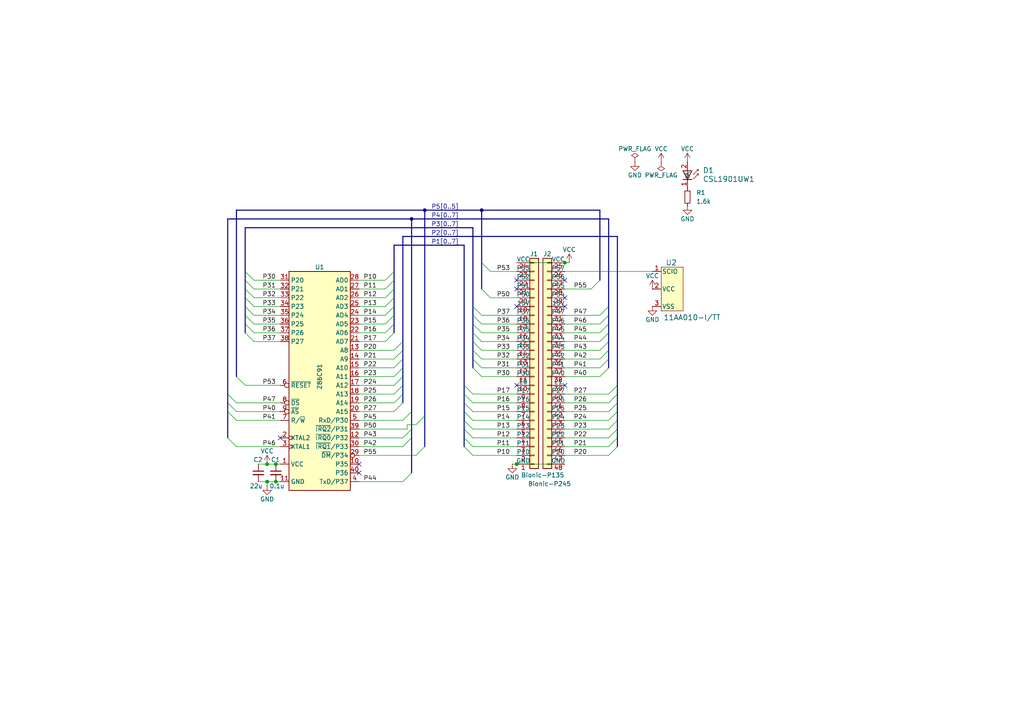
<source format=kicad_sch>
(kicad_sch (version 20231120) (generator "eeschema") (generator_version "8.0")
  (paper "A4")
  (title_block (title "BionicZ8691") (date "2024-12-04") (rev "6") (company "Tadashi G. Takaoka"))
  (lib_symbols
    (symbol "0-LocalLibrary:11AA010-I_TT" (pin_names (offset 0.254))
      (property "Reference" "U" (at 2.54 1.27 0))
      (property "Value" "11AA010-I/TT" (at 3.81 -13.97 0))
      (symbol "11AA010-I_TT_1_1"
        (rectangle (start 0 0) (end 6.35 -12.7) (fill (type background)))
        (pin bidirectional line (at -2.54 -1.27 0) (length 2.54) (name "SCIO") (number "1"))
        (pin power_in line (at -2.54 -6.35 0) (length 2.54) (name "VCC") (number "2"))
        (pin power_in line (at -2.54 -11.43 0) (length 2.54) (name "VSS") (number "3"))
      )
    )
    (symbol "0-LocalLibrary:Bionic-P135" (pin_names (offset 0))
      (property "Reference" "J" (at 0 30.48 0))
      (property "Value" "Bionic-P135" (at -1.27 -33.02 0))
      (symbol "Bionic-P135_1_1"
        (rectangle (start 0 -30.353) (end -1.27 -30.607) (stroke (width 0.1524)))
        (rectangle (start 0 -27.813) (end -1.27 -28.067) (stroke (width 0.1524)))
        (rectangle (start 0 -25.273) (end -1.27 -25.527) (stroke (width 0.1524)))
        (rectangle (start 0 -22.733) (end -1.27 -22.987) (stroke (width 0.1524)))
        (rectangle (start 0 -20.193) (end -1.27 -20.447) (stroke (width 0.1524)))
        (rectangle (start 0 -17.653) (end -1.27 -17.907) (stroke (width 0.1524)))
        (rectangle (start 0 -15.113) (end -1.27 -15.367) (stroke (width 0.1524)))
        (rectangle (start 0 -12.573) (end -1.27 -12.827) (stroke (width 0.1524)))
        (rectangle (start 0 -10.033) (end -1.27 -10.287) (stroke (width 0.1524)))
        (rectangle (start 0 -7.493) (end -1.27 -7.747) (stroke (width 0.1524)))
        (rectangle (start 0 -4.953) (end -1.27 -5.207) (stroke (width 0.1524)))
        (rectangle (start 0 -2.413) (end -1.27 -2.667) (stroke (width 0.1524)))
        (rectangle (start 0 0.127) (end -1.27 -0.127) (stroke (width 0.1524)))
        (rectangle (start 0 2.667) (end -1.27 2.413) (stroke (width 0.1524)))
        (rectangle (start 0 5.207) (end -1.27 4.953) (stroke (width 0.1524)))
        (rectangle (start 0 7.747) (end -1.27 7.493) (stroke (width 0.1524)))
        (rectangle (start 0 10.287) (end -1.27 10.033) (stroke (width 0.1524)))
        (rectangle (start 0 12.827) (end -1.27 12.573) (stroke (width 0.1524)))
        (rectangle (start 0 15.367) (end -1.27 15.113) (stroke (width 0.1524)))
        (rectangle (start 0 17.907) (end -1.27 17.653) (stroke (width 0.1524)))
        (rectangle (start 0 20.447) (end -1.27 20.193) (stroke (width 0.1524)))
        (rectangle (start 0 22.987) (end -1.27 22.733) (stroke (width 0.1524)))
        (rectangle (start 0 25.527) (end -1.27 25.273) (stroke (width 0.1524)))
        (rectangle (start 0 28.067) (end -1.27 27.813) (stroke (width 0.1524)))
        (rectangle (start 1.27 29.21) (end -1.27 -31.75) (stroke (width 0.254)) (fill (type background)))
        (pin power_in line (at -5.08 -30.48 0) (length 3.81) (name "GND") (number "1"))
        (pin bidirectional line (at -5.08 -7.62 0) (length 3.81) (name "E0") (number "10"))
        (pin bidirectional line (at -5.08 -5.08 0) (length 3.81) (name "P30") (number "11"))
        (pin bidirectional line (at -5.08 -2.54 0) (length 3.81) (name "P31") (number "12"))
        (pin bidirectional line (at -5.08 0 0) (length 3.81) (name "P32") (number "13"))
        (pin bidirectional line (at -5.08 2.54 0) (length 3.81) (name "P33") (number "14"))
        (pin bidirectional line (at -5.08 5.08 0) (length 3.81) (name "P34") (number "15"))
        (pin bidirectional line (at -5.08 7.62 0) (length 3.81) (name "P35") (number "16"))
        (pin bidirectional line (at -5.08 10.16 0) (length 3.81) (name "P36") (number "17"))
        (pin bidirectional line (at -5.08 12.7 0) (length 3.81) (name "P37") (number "18"))
        (pin power_in line (at -5.08 15.24 0) (length 3.81) (name "15V") (number "19"))
        (pin bidirectional line (at -5.08 -27.94 0) (length 3.81) (name "P10") (number "2"))
        (pin bidirectional line (at -5.08 17.78 0) (length 3.81) (name "P50") (number "20"))
        (pin bidirectional line (at -5.08 20.32 0) (length 3.81) (name "P51") (number "21"))
        (pin bidirectional line (at -5.08 22.86 0) (length 3.81) (name "P52") (number "22"))
        (pin bidirectional line (at -5.08 25.4 0) (length 3.81) (name "P53") (number "23"))
        (pin power_in line (at -5.08 27.94 0) (length 3.81) (name "VCC") (number "24"))
        (pin bidirectional line (at -5.08 -25.4 0) (length 3.81) (name "P11") (number "3"))
        (pin bidirectional line (at -5.08 -22.86 0) (length 3.81) (name "P12") (number "4"))
        (pin bidirectional line (at -5.08 -20.32 0) (length 3.81) (name "P13") (number "5"))
        (pin bidirectional line (at -5.08 -17.78 0) (length 3.81) (name "P14") (number "6"))
        (pin bidirectional line (at -5.08 -15.24 0) (length 3.81) (name "P15") (number "7"))
        (pin bidirectional line (at -5.08 -12.7 0) (length 3.81) (name "P16") (number "8"))
        (pin bidirectional line (at -5.08 -10.16 0) (length 3.81) (name "P17") (number "9"))
      )
    )
    (symbol "0-LocalLibrary:Bionic-P245" (pin_names (offset 0))
      (property "Reference" "J" (at -3.81 30.48 0))
      (property "Value" "Bionic-P245" (at -1.27 -33.02 0))
      (symbol "Bionic-P245_1_1"
        (rectangle (start -2.54 -30.607) (end -3.81 -30.353) (stroke (width 0.1524)))
        (rectangle (start -2.54 -28.067) (end -3.81 -27.813) (stroke (width 0.1524)))
        (rectangle (start -2.54 -25.527) (end -3.81 -25.273) (stroke (width 0.1524)))
        (rectangle (start -2.54 -22.987) (end -3.81 -22.733) (stroke (width 0.1524)))
        (rectangle (start -2.54 -20.447) (end -3.81 -20.193) (stroke (width 0.1524)))
        (rectangle (start -2.54 -17.907) (end -3.81 -17.653) (stroke (width 0.1524)))
        (rectangle (start -2.54 -15.367) (end -3.81 -15.113) (stroke (width 0.1524)))
        (rectangle (start -2.54 -12.827) (end -3.81 -12.573) (stroke (width 0.1524)))
        (rectangle (start -2.54 -10.287) (end -3.81 -10.033) (stroke (width 0.1524)))
        (rectangle (start -2.54 -7.747) (end -3.81 -7.493) (stroke (width 0.1524)))
        (rectangle (start -2.54 -5.207) (end -3.81 -4.953) (stroke (width 0.1524)))
        (rectangle (start -2.54 -2.667) (end -3.81 -2.413) (stroke (width 0.1524)))
        (rectangle (start -2.54 -0.127) (end -3.81 0.127) (stroke (width 0.1524)))
        (rectangle (start -2.54 2.413) (end -3.81 2.667) (stroke (width 0.1524)))
        (rectangle (start -2.54 4.953) (end -3.81 5.207) (stroke (width 0.1524)))
        (rectangle (start -2.54 7.493) (end -3.81 7.747) (stroke (width 0.1524)))
        (rectangle (start -2.54 10.033) (end -3.81 10.287) (stroke (width 0.1524)))
        (rectangle (start -2.54 12.573) (end -3.81 12.827) (stroke (width 0.1524)))
        (rectangle (start -2.54 15.113) (end -3.81 15.367) (stroke (width 0.1524)))
        (rectangle (start -2.54 17.653) (end -3.81 17.907) (stroke (width 0.1524)))
        (rectangle (start -2.54 20.193) (end -3.81 20.447) (stroke (width 0.1524)))
        (rectangle (start -2.54 22.733) (end -3.81 22.987) (stroke (width 0.1524)))
        (rectangle (start -2.54 25.273) (end -3.81 25.527) (stroke (width 0.1524)))
        (rectangle (start -2.54 27.813) (end -3.81 28.067) (stroke (width 0.1524)))
        (rectangle (start -2.54 29.21) (end -5.08 -31.75) (stroke (width 0.254)) (fill (type background)))
        (pin power_in line (at 1.27 27.94 180) (length 3.81) (name "VCC") (number "25"))
        (pin bidirectional line (at 1.27 25.4 180) (length 3.81) (name "P57") (number "26"))
        (pin bidirectional line (at 1.27 22.86 180) (length 3.81) (name "P56") (number "27"))
        (pin bidirectional line (at 1.27 20.32 180) (length 3.81) (name "P55") (number "28"))
        (pin bidirectional line (at 1.27 17.78 180) (length 3.81) (name "P54") (number "29"))
        (pin power_in line (at 1.27 15.24 180) (length 3.81) (name "15V") (number "30"))
        (pin bidirectional line (at 1.27 12.7 180) (length 3.81) (name "P47") (number "31"))
        (pin bidirectional line (at 1.27 10.16 180) (length 3.81) (name "P46") (number "32"))
        (pin bidirectional line (at 1.27 7.62 180) (length 3.81) (name "P45") (number "33"))
        (pin bidirectional line (at 1.27 5.08 180) (length 3.81) (name "P44") (number "34"))
        (pin bidirectional line (at 1.27 2.54 180) (length 3.81) (name "P43") (number "35"))
        (pin bidirectional line (at 1.27 0 180) (length 3.81) (name "P42") (number "36"))
        (pin bidirectional line (at 1.27 -2.54 180) (length 3.81) (name "P41") (number "37"))
        (pin bidirectional line (at 1.27 -5.08 180) (length 3.81) (name "P40") (number "38"))
        (pin bidirectional line (at 1.27 -7.62 180) (length 3.81) (name "E1") (number "39"))
        (pin bidirectional line (at 1.27 -10.16 180) (length 3.81) (name "P27") (number "40"))
        (pin bidirectional line (at 1.27 -12.7 180) (length 3.81) (name "P26") (number "41"))
        (pin bidirectional line (at 1.27 -15.24 180) (length 3.81) (name "P25") (number "42"))
        (pin bidirectional line (at 1.27 -17.78 180) (length 3.81) (name "P24") (number "43"))
        (pin bidirectional line (at 1.27 -20.32 180) (length 3.81) (name "P23") (number "44"))
        (pin bidirectional line (at 1.27 -22.86 180) (length 3.81) (name "P22") (number "45"))
        (pin bidirectional line (at 1.27 -25.4 180) (length 3.81) (name "P21") (number "46"))
        (pin bidirectional line (at 1.27 -27.94 180) (length 3.81) (name "P20") (number "47"))
        (pin power_in line (at 1.27 -30.48 180) (length 3.81) (name "GND") (number "48"))
      )
    )
    (symbol "0-LocalLibrary:CSL1901UW1" (pin_names (offset 0.254))
      (property "Reference" "D" (at 3.81 -2.54 0))
      (property "Value" "CSL1901UW1" (at 3.81 -5.08 0))
      (symbol "CSL1901UW1_0_1"
        (polyline (pts (xy 2.159 3.175) (xy 2.667 3.175)))
        (polyline (pts (xy 2.54 0) (xy 5.08 0)))
        (polyline (pts (xy 5.08 1.27) (xy 5.08 -1.27)) (stroke (width 0.254)))
        (polyline (pts (xy 3.683 1.651) (xy 2.159 3.175) (xy 2.159 2.667)))
        (polyline (pts (xy 2.54 -1.27) (xy 5.08 0) (xy 2.54 1.27) (xy 2.54 -1.27)) (stroke (width 0.254)))
        (polyline (pts (xy 4.953 1.651) (xy 3.429 3.175) (xy 3.429 2.667) (xy 3.429 3.175) (xy 3.937 3.175)))
      )
      (symbol "CSL1901UW1_1_1"
        (pin passive line (at 7.62 0 180) (length 2.54) (name "K") (number "1"))
        (pin passive line (at 0 0 0) (length 2.54) (name "A") (number "2"))
      )
      (symbol "CSL1901UW1_1_2"
        (polyline (pts (xy -5.08 7.62) (xy -4.445 8.255)) (stroke (width 0.2032)))
        (polyline (pts (xy -5.08 8.255) (xy -5.08 7.62)) (stroke (width 0.2032)))
        (polyline (pts (xy -4.445 6.35) (xy -3.81 6.985)) (stroke (width 0.2032)))
        (polyline (pts (xy -4.445 8.255) (xy -5.08 8.255)) (stroke (width 0.2032)))
        (polyline (pts (xy -4.445 9.525) (xy -3.81 10.16)) (stroke (width 0.2032)))
        (polyline (pts (xy -4.445 10.16) (xy -4.445 9.525)) (stroke (width 0.2032)))
        (polyline (pts (xy -3.81 6.985) (xy -5.08 8.255)) (stroke (width 0.2032)))
        (polyline (pts (xy -3.81 8.255) (xy -3.175 8.89)) (stroke (width 0.2032)))
        (polyline (pts (xy -3.81 10.16) (xy -4.445 10.16)) (stroke (width 0.2032)))
        (polyline (pts (xy -3.175 5.08) (xy -4.445 6.35)) (stroke (width 0.2032)))
        (polyline (pts (xy -3.175 8.89) (xy -4.445 10.16)) (stroke (width 0.2032)))
        (polyline (pts (xy -2.54 6.985) (xy -3.81 8.255)) (stroke (width 0.2032)))
        (polyline (pts (xy -1.905 3.81) (xy 1.905 3.81)) (stroke (width 0.2032)))
        (polyline (pts (xy 0 2.54) (xy 0 3.4798)) (stroke (width 0.2032)))
        (polyline (pts (xy 0 3.175) (xy 0 3.81)) (stroke (width 0.2032)))
        (polyline (pts (xy 0 6.35) (xy -1.905 3.81)) (stroke (width 0.2032)))
        (polyline (pts (xy 0 6.35) (xy 0 7.62)) (stroke (width 0.2032)))
        (polyline (pts (xy 1.905 3.81) (xy 0 6.35)) (stroke (width 0.2032)))
        (polyline (pts (xy 1.905 6.35) (xy -1.905 6.35)) (stroke (width 0.2032)))
        (pin unspecified line (at 0 10.16 270) (length 2.54) (name "") (number "1"))
        (pin unspecified line (at 0 0 90) (length 2.54) (name "") (number "2"))
      )
    )
    (symbol "0-LocalLibrary:Z86C91"
      (property "Reference" "U" (at -1.27 31.75 0))
      (property "Value" "Z86C91" (at 0 -1.27 90))
      (symbol "Z86C91_0_1"
        (rectangle (start -8.89 -33.02) (end 8.89 30.48) (stroke (width 0.254)) (fill (type background)))
      )
      (symbol "Z86C91_1_1"
        (pin power_in line (at -11.43 -25.4 0) (length 2.54) (name "VCC") (number "1"))
        (pin output line (at 11.43 -25.4 180) (length 2.54) (name "P35") (number "10"))
        (pin power_in line (at -11.43 -30.48 0) (length 2.54) (name "GND") (number "11"))
        (pin input line (at 11.43 -17.78 180) (length 2.54) (name "~{IRQ0}/P32") (number "12"))
        (pin output line (at 11.43 7.62 180) (length 2.54) (name "A8") (number "13"))
        (pin output line (at 11.43 5.08 180) (length 2.54) (name "A9") (number "14"))
        (pin output line (at 11.43 2.54 180) (length 2.54) (name "A10") (number "15"))
        (pin output line (at 11.43 0 180) (length 2.54) (name "A11") (number "16"))
        (pin output line (at 11.43 -2.54 180) (length 2.54) (name "A12") (number "17"))
        (pin output line (at 11.43 -5.08 180) (length 2.54) (name "A13") (number "18"))
        (pin output line (at 11.43 -7.62 180) (length 2.54) (name "A14") (number "19"))
        (pin output clock (at -11.43 -17.78 0) (length 2.54) (name "XTAL2") (number "2"))
        (pin output line (at 11.43 -10.16 180) (length 2.54) (name "A15") (number "20"))
        (pin bidirectional line (at 11.43 10.16 180) (length 2.54) (name "AD7") (number "21"))
        (pin bidirectional line (at 11.43 12.7 180) (length 2.54) (name "AD6") (number "22"))
        (pin bidirectional line (at 11.43 15.24 180) (length 2.54) (name "AD5") (number "23"))
        (pin bidirectional line (at 11.43 17.78 180) (length 2.54) (name "AD4") (number "24"))
        (pin bidirectional line (at 11.43 20.32 180) (length 2.54) (name "AD3") (number "25"))
        (pin bidirectional line (at 11.43 22.86 180) (length 2.54) (name "AD2") (number "26"))
        (pin bidirectional line (at 11.43 25.4 180) (length 2.54) (name "AD1") (number "27"))
        (pin bidirectional line (at 11.43 27.94 180) (length 2.54) (name "AD0") (number "28"))
        (pin output inverted (at 11.43 -22.86 180) (length 2.54) (name "~{DM}/P34") (number "29"))
        (pin input clock (at -11.43 -20.32 0) (length 2.54) (name "XTAL1") (number "3"))
        (pin input line (at 11.43 -20.32 180) (length 2.54) (name "~{IRQ1}/P33") (number "30"))
        (pin bidirectional line (at -11.43 27.94 0) (length 2.54) (name "P20") (number "31"))
        (pin bidirectional line (at -11.43 25.4 0) (length 2.54) (name "P21") (number "32"))
        (pin bidirectional line (at -11.43 22.86 0) (length 2.54) (name "P22") (number "33"))
        (pin bidirectional line (at -11.43 20.32 0) (length 2.54) (name "P23") (number "34"))
        (pin bidirectional line (at -11.43 17.78 0) (length 2.54) (name "P24") (number "35"))
        (pin bidirectional line (at -11.43 15.24 0) (length 2.54) (name "P25") (number "36"))
        (pin bidirectional line (at -11.43 12.7 0) (length 2.54) (name "P26") (number "37"))
        (pin bidirectional line (at -11.43 10.16 0) (length 2.54) (name "P27") (number "38"))
        (pin input line (at 11.43 -15.24 180) (length 2.54) (name "~{IRQ2}/P31") (number "39"))
        (pin output line (at 11.43 -30.48 180) (length 2.54) (name "TxD/P37") (number "4"))
        (pin output line (at 11.43 -27.94 180) (length 2.54) (name "P36") (number "40"))
        (pin input line (at 11.43 -12.7 180) (length 2.54) (name "RxD/P30") (number "5"))
        (pin input inverted (at -11.43 -2.54 0) (length 2.54) (name "~{RESET}") (number "6"))
        (pin output line (at -11.43 -12.7 0) (length 2.54) (name "R/~{W}") (number "7"))
        (pin output inverted (at -11.43 -7.62 0) (length 2.54) (name "~{DS}") (number "8"))
        (pin output inverted (at -11.43 -10.16 0) (length 2.54) (name "~{AS}") (number "9"))
      )
    )
    (symbol "Device:C_Small" (pin_numbers hide) (pin_names (offset 0.254) hide)
      (property "Reference" "C" (at 0.254 1.778 0))
      (property "Value" "C_Small" (at 0.254 -2.032 0))
      (symbol "C_Small_0_1"
        (polyline (pts (xy -1.524 -0.508) (xy 1.524 -0.508)) (stroke (width 0.3302)))
        (polyline (pts (xy -1.524 0.508) (xy 1.524 0.508)) (stroke (width 0.3048)))
      )
      (symbol "C_Small_1_1"
        (pin passive line (at 0 2.54 270) (length 2.032) (name "~") (number "1"))
        (pin passive line (at 0 -2.54 90) (length 2.032) (name "~") (number "2"))
      )
    )
    (symbol "Device:R_Small" (pin_numbers hide) (pin_names (offset 0.254) hide)
      (property "Reference" "R" (at 0.762 0.508 0))
      (property "Value" "R_Small" (at 0.762 -1.016 0))
      (symbol "R_Small_0_1"
        (rectangle (start -0.762 1.778) (end 0.762 -1.778) (stroke (width 0.2032)))
      )
      (symbol "R_Small_1_1"
        (pin passive line (at 0 2.54 270) (length 0.762) (name "~") (number "1"))
        (pin passive line (at 0 -2.54 90) (length 0.762) (name "~") (number "2"))
      )
    )
    (symbol "power:GND" (power) (pin_numbers hide) (pin_names (offset 0) hide)
      (property "Value" "GND" (at 0 -3.81 0))
      (symbol "GND_0_1"
        (polyline (pts (xy 0 0) (xy 0 -1.27) (xy 1.27 -1.27) (xy 0 -2.54) (xy -1.27 -1.27) (xy 0 -1.27)))
      )
      (symbol "GND_1_1"
        (pin power_in line (at 0 0 270) (length 0) (name "~") (number "1"))
      )
    )
    (symbol "power:PWR_FLAG" (power) (pin_numbers hide) (pin_names (offset 0) hide)
      (property "Value" "PWR_FLAG" (at 0 3.81 0))
      (symbol "PWR_FLAG_0_0"
        (pin power_out line (at 0 0 90) (length 0) (name "~") (number "1"))
      )
      (symbol "PWR_FLAG_0_1"
        (polyline (pts (xy 0 0) (xy 0 1.27) (xy -1.016 1.905) (xy 0 2.54) (xy 1.016 1.905) (xy 0 1.27)))
      )
    )
    (symbol "power:VCC" (power) (pin_numbers hide) (pin_names (offset 0) hide)
      (property "Value" "VCC" (at 0 3.556 0))
      (symbol "VCC_0_1"
        (polyline (pts (xy -0.762 1.27) (xy 0 2.54)))
        (polyline (pts (xy 0 0) (xy 0 2.54)))
        (polyline (pts (xy 0 2.54) (xy 0.762 1.27)))
      )
      (symbol "VCC_1_1"
        (pin power_in line (at 0 0 90) (length 0) (name "~") (number "1"))
      )
    )
  )
  (junction (at 77.47 134.62))
  (junction (at 139.7 60.96))
  (junction (at 149.86 134.62))
  (junction (at 80.01 139.7))
  (junction (at 80.01 134.62))
  (junction (at 123.19 60.96))
  (junction (at 163.83 76.2))
  (junction (at 77.47 139.7))
  (junction (at 119.38 63.5))
  (no_connect (at 104.14 137.16))
  (no_connect (at 81.28 127))
  (no_connect (at 149.86 88.9))
  (no_connect (at 149.86 83.82))
  (no_connect (at 163.83 86.36))
  (no_connect (at 163.83 111.76))
  (no_connect (at 163.83 81.28))
  (no_connect (at 149.86 111.76))
  (no_connect (at 104.14 134.62))
  (no_connect (at 149.86 81.28))
  (no_connect (at 163.83 88.9))
  (bus_entry (at 179.07 127) (size -2.54 2.54))
  (bus_entry (at 173.99 109.22) (size 2.54 -2.54))
  (bus_entry (at 137.16 127) (size -2.54 -2.54))
  (bus_entry (at 111.76 93.98) (size 2.54 -2.54))
  (bus_entry (at 173.99 91.44) (size 2.54 -2.54))
  (bus_entry (at 116.84 104.14) (size -2.54 2.54))
  (bus_entry (at 68.58 119.38) (size -2.54 -2.54))
  (bus_entry (at 179.07 111.76) (size -2.54 2.54))
  (bus_entry (at 116.84 139.7) (size 2.54 -2.54))
  (bus_entry (at 116.84 129.54) (size 2.54 -2.54))
  (bus_entry (at 173.99 106.68) (size 2.54 -2.54))
  (bus_entry (at 137.16 114.3) (size -2.54 -2.54))
  (bus_entry (at 179.07 129.54) (size -2.54 2.54))
  (bus_entry (at 173.99 99.06) (size 2.54 -2.54))
  (bus_entry (at 116.84 106.68) (size -2.54 2.54))
  (bus_entry (at 137.16 88.9) (size 2.54 2.54))
  (bus_entry (at 137.16 91.44) (size 2.54 2.54))
  (bus_entry (at 137.16 121.92) (size -2.54 -2.54))
  (bus_entry (at 173.99 93.98) (size 2.54 -2.54))
  (bus_entry (at 137.16 119.38) (size -2.54 -2.54))
  (bus_entry (at 137.16 116.84) (size -2.54 -2.54))
  (bus_entry (at 71.12 81.28) (size 2.54 2.54))
  (bus_entry (at 139.7 76.2) (size 2.54 2.54))
  (bus_entry (at 116.84 121.92) (size 2.54 -2.54))
  (bus_entry (at 111.76 96.52) (size 2.54 -2.54))
  (bus_entry (at 68.58 109.22) (size 2.54 2.54))
  (bus_entry (at 123.19 129.54) (size -2.54 2.54))
  (bus_entry (at 111.76 83.82) (size 2.54 -2.54))
  (bus_entry (at 71.12 88.9) (size 2.54 2.54))
  (bus_entry (at 137.16 129.54) (size -2.54 -2.54))
  (bus_entry (at 111.76 88.9) (size 2.54 -2.54))
  (bus_entry (at 139.7 83.82) (size 2.54 2.54))
  (bus_entry (at 179.07 124.46) (size -2.54 2.54))
  (bus_entry (at 116.84 99.06) (size -2.54 2.54))
  (bus_entry (at 111.76 99.06) (size 2.54 -2.54))
  (bus_entry (at 68.58 121.92) (size -2.54 -2.54))
  (bus_entry (at 116.84 111.76) (size -2.54 2.54))
  (bus_entry (at 111.76 81.28) (size 2.54 -2.54))
  (bus_entry (at 137.16 93.98) (size 2.54 2.54))
  (bus_entry (at 123.19 120.65) (size -2.54 2.54))
  (bus_entry (at 116.84 114.3) (size -2.54 2.54))
  (bus_entry (at 68.58 129.54) (size -2.54 -2.54))
  (bus_entry (at 173.99 81.28) (size -2.54 2.54))
  (bus_entry (at 116.84 109.22) (size -2.54 2.54))
  (bus_entry (at 137.16 132.08) (size -2.54 -2.54))
  (bus_entry (at 173.99 101.6) (size 2.54 -2.54))
  (bus_entry (at 71.12 96.52) (size 2.54 2.54))
  (bus_entry (at 71.12 78.74) (size 2.54 2.54))
  (bus_entry (at 173.99 96.52) (size 2.54 -2.54))
  (bus_entry (at 179.07 119.38) (size -2.54 2.54))
  (bus_entry (at 71.12 93.98) (size 2.54 2.54))
  (bus_entry (at 137.16 96.52) (size 2.54 2.54))
  (bus_entry (at 179.07 116.84) (size -2.54 2.54))
  (bus_entry (at 71.12 86.36) (size 2.54 2.54))
  (bus_entry (at 173.99 104.14) (size 2.54 -2.54))
  (bus_entry (at 137.16 106.68) (size 2.54 2.54))
  (bus_entry (at 179.07 114.3) (size -2.54 2.54))
  (bus_entry (at 71.12 91.44) (size 2.54 2.54))
  (bus_entry (at 179.07 121.92) (size -2.54 2.54))
  (bus_entry (at 116.84 116.84) (size -2.54 2.54))
  (bus_entry (at 68.58 116.84) (size -2.54 -2.54))
  (bus_entry (at 116.84 101.6) (size -2.54 2.54))
  (bus_entry (at 71.12 83.82) (size 2.54 2.54))
  (bus_entry (at 116.84 127) (size 2.54 -2.54))
  (bus_entry (at 137.16 104.14) (size 2.54 2.54))
  (bus_entry (at 137.16 101.6) (size 2.54 2.54))
  (bus_entry (at 111.76 91.44) (size 2.54 -2.54))
  (bus_entry (at 111.76 86.36) (size 2.54 -2.54))
  (bus_entry (at 137.16 124.46) (size -2.54 -2.54))
  (bus_entry (at 137.16 99.06) (size 2.54 2.54))
  (wire (pts (xy 104.14 129.54) (xy 116.84 129.54)))
  (bus (pts (xy 179.07 119.38) (xy 179.07 121.92)))
  (wire (pts (xy 137.16 132.08) (xy 149.86 132.08)))
  (bus (pts (xy 137.16 66.04) (xy 137.16 88.9)))
  (bus (pts (xy 116.84 104.14) (xy 116.84 106.68)))
  (wire (pts (xy 74.93 134.62) (xy 77.47 134.62)))
  (wire (pts (xy 163.83 96.52) (xy 173.99 96.52)))
  (bus (pts (xy 176.53 99.06) (xy 176.53 96.52)))
  (wire (pts (xy 104.14 88.9) (xy 111.76 88.9)))
  (wire (pts (xy 163.83 76.2) (xy 165.1 76.2)))
  (wire (pts (xy 137.16 121.92) (xy 149.86 121.92)))
  (bus (pts (xy 176.53 106.68) (xy 176.53 104.14)))
  (wire (pts (xy 73.66 99.06) (xy 81.28 99.06)))
  (wire (pts (xy 68.58 129.54) (xy 81.28 129.54)))
  (bus (pts (xy 134.62 121.92) (xy 134.62 124.46)))
  (wire (pts (xy 137.16 114.3) (xy 149.86 114.3)))
  (bus (pts (xy 68.58 109.22) (xy 68.58 60.96)))
  (bus (pts (xy 134.62 111.76) (xy 134.62 114.3)))
  (bus (pts (xy 71.12 96.52) (xy 71.12 93.98)))
  (wire (pts (xy 104.14 91.44) (xy 111.76 91.44)))
  (wire (pts (xy 118.11 123.19) (xy 120.65 123.19)))
  (bus (pts (xy 179.07 127) (xy 179.07 129.54)))
  (wire (pts (xy 104.14 96.52) (xy 111.76 96.52)))
  (bus (pts (xy 116.84 101.6) (xy 116.84 104.14)))
  (bus (pts (xy 176.53 101.6) (xy 176.53 99.06)))
  (wire (pts (xy 73.66 91.44) (xy 81.28 91.44)))
  (bus (pts (xy 134.62 124.46) (xy 134.62 127)))
  (bus (pts (xy 116.84 68.58) (xy 179.07 68.58)))
  (bus (pts (xy 119.38 63.5) (xy 176.53 63.5)))
  (wire (pts (xy 139.7 99.06) (xy 149.86 99.06)))
  (wire (pts (xy 68.58 119.38) (xy 81.28 119.38)))
  (bus (pts (xy 119.38 63.5) (xy 119.38 119.38)))
  (wire (pts (xy 163.83 129.54) (xy 176.53 129.54)))
  (wire (pts (xy 142.24 78.74) (xy 149.86 78.74)))
  (bus (pts (xy 66.04 116.84) (xy 66.04 114.3)))
  (bus (pts (xy 137.16 91.44) (xy 137.16 93.98)))
  (bus (pts (xy 119.38 127) (xy 119.38 124.46)))
  (wire (pts (xy 148.59 134.62) (xy 149.86 134.62)))
  (wire (pts (xy 68.58 116.84) (xy 81.28 116.84)))
  (bus (pts (xy 137.16 99.06) (xy 137.16 101.6)))
  (bus (pts (xy 179.07 116.84) (xy 179.07 119.38)))
  (bus (pts (xy 114.3 88.9) (xy 114.3 91.44)))
  (bus (pts (xy 114.3 83.82) (xy 114.3 86.36)))
  (bus (pts (xy 179.07 124.46) (xy 179.07 127)))
  (wire (pts (xy 137.16 127) (xy 149.86 127)))
  (wire (pts (xy 163.83 114.3) (xy 176.53 114.3)))
  (bus (pts (xy 66.04 119.38) (xy 66.04 116.84)))
  (wire (pts (xy 142.24 86.36) (xy 149.86 86.36)))
  (wire (pts (xy 163.83 132.08) (xy 176.53 132.08)))
  (wire (pts (xy 163.83 93.98) (xy 173.99 93.98)))
  (bus (pts (xy 116.84 99.06) (xy 116.84 101.6)))
  (bus (pts (xy 119.38 124.46) (xy 119.38 119.38)))
  (wire (pts (xy 104.14 124.46) (xy 118.11 124.46)))
  (bus (pts (xy 179.07 114.3) (xy 179.07 116.84)))
  (wire (pts (xy 104.14 86.36) (xy 111.76 86.36)))
  (bus (pts (xy 173.99 81.28) (xy 173.99 60.96)))
  (bus (pts (xy 116.84 109.22) (xy 116.84 111.76)))
  (wire (pts (xy 104.14 106.68) (xy 114.3 106.68)))
  (bus (pts (xy 71.12 88.9) (xy 71.12 86.36)))
  (bus (pts (xy 176.53 63.5) (xy 176.53 88.9)))
  (bus (pts (xy 116.84 111.76) (xy 116.84 114.3)))
  (bus (pts (xy 134.62 119.38) (xy 134.62 121.92)))
  (bus (pts (xy 71.12 81.28) (xy 71.12 78.74)))
  (bus (pts (xy 114.3 91.44) (xy 114.3 93.98)))
  (wire (pts (xy 104.14 132.08) (xy 120.65 132.08)))
  (wire (pts (xy 163.83 83.82) (xy 171.45 83.82)))
  (wire (pts (xy 104.14 111.76) (xy 114.3 111.76)))
  (bus (pts (xy 66.04 63.5) (xy 119.38 63.5)))
  (bus (pts (xy 71.12 91.44) (xy 71.12 88.9)))
  (wire (pts (xy 139.7 109.22) (xy 149.86 109.22)))
  (wire (pts (xy 104.14 139.7) (xy 116.84 139.7)))
  (bus (pts (xy 71.12 83.82) (xy 71.12 81.28)))
  (bus (pts (xy 114.3 93.98) (xy 114.3 96.52)))
  (wire (pts (xy 104.14 127) (xy 116.84 127)))
  (bus (pts (xy 134.62 127) (xy 134.62 129.54)))
  (wire (pts (xy 77.47 139.7) (xy 80.01 139.7)))
  (wire (pts (xy 163.83 91.44) (xy 173.99 91.44)))
  (bus (pts (xy 176.53 93.98) (xy 176.53 91.44)))
  (wire (pts (xy 163.83 109.22) (xy 173.99 109.22)))
  (wire (pts (xy 104.14 119.38) (xy 114.3 119.38)))
  (bus (pts (xy 114.3 81.28) (xy 114.3 83.82)))
  (bus (pts (xy 71.12 66.04) (xy 137.16 66.04)))
  (wire (pts (xy 104.14 121.92) (xy 116.84 121.92)))
  (wire (pts (xy 163.83 121.92) (xy 176.53 121.92)))
  (bus (pts (xy 71.12 86.36) (xy 71.12 83.82)))
  (bus (pts (xy 66.04 114.3) (xy 66.04 63.5)))
  (bus (pts (xy 176.53 96.52) (xy 176.53 93.98)))
  (wire (pts (xy 118.11 124.46) (xy 118.11 123.19)))
  (bus (pts (xy 123.19 60.96) (xy 123.19 120.65)))
  (wire (pts (xy 137.16 119.38) (xy 149.86 119.38)))
  (bus (pts (xy 179.07 121.92) (xy 179.07 124.46)))
  (wire (pts (xy 137.16 129.54) (xy 149.86 129.54)))
  (bus (pts (xy 134.62 114.3) (xy 134.62 116.84)))
  (bus (pts (xy 137.16 93.98) (xy 137.16 96.52)))
  (wire (pts (xy 71.12 111.76) (xy 81.28 111.76)))
  (bus (pts (xy 137.16 96.52) (xy 137.16 99.06)))
  (bus (pts (xy 137.16 101.6) (xy 137.16 104.14)))
  (wire (pts (xy 139.7 93.98) (xy 149.86 93.98)))
  (wire (pts (xy 68.58 121.92) (xy 81.28 121.92)))
  (bus (pts (xy 179.07 68.58) (xy 179.07 111.76)))
  (bus (pts (xy 137.16 104.14) (xy 137.16 106.68)))
  (bus (pts (xy 114.3 71.12) (xy 134.62 71.12)))
  (bus (pts (xy 116.84 68.58) (xy 116.84 99.06)))
  (wire (pts (xy 73.66 88.9) (xy 81.28 88.9)))
  (bus (pts (xy 114.3 86.36) (xy 114.3 88.9)))
  (bus (pts (xy 68.58 60.96) (xy 123.19 60.96)))
  (wire (pts (xy 163.83 116.84) (xy 176.53 116.84)))
  (wire (pts (xy 104.14 99.06) (xy 111.76 99.06)))
  (bus (pts (xy 176.53 91.44) (xy 176.53 88.9)))
  (wire (pts (xy 73.66 86.36) (xy 81.28 86.36)))
  (bus (pts (xy 139.7 76.2) (xy 139.7 83.82)))
  (wire (pts (xy 139.7 104.14) (xy 149.86 104.14)))
  (bus (pts (xy 123.19 60.96) (xy 139.7 60.96)))
  (wire (pts (xy 149.86 76.2) (xy 163.83 76.2)))
  (wire (pts (xy 163.83 127) (xy 176.53 127)))
  (wire (pts (xy 77.47 140.97) (xy 77.47 139.7)))
  (wire (pts (xy 163.83 124.46) (xy 176.53 124.46)))
  (bus (pts (xy 114.3 78.74) (xy 114.3 71.12)))
  (wire (pts (xy 104.14 93.98) (xy 111.76 93.98)))
  (wire (pts (xy 73.66 93.98) (xy 81.28 93.98)))
  (wire (pts (xy 73.66 81.28) (xy 81.28 81.28)))
  (bus (pts (xy 134.62 116.84) (xy 134.62 119.38)))
  (wire (pts (xy 163.83 119.38) (xy 176.53 119.38)))
  (bus (pts (xy 134.62 71.12) (xy 134.62 111.76)))
  (wire (pts (xy 163.83 106.68) (xy 173.99 106.68)))
  (bus (pts (xy 114.3 78.74) (xy 114.3 81.28)))
  (wire (pts (xy 163.83 99.06) (xy 173.99 99.06)))
  (wire (pts (xy 163.83 78.74) (xy 189.23 78.74)))
  (bus (pts (xy 176.53 104.14) (xy 176.53 101.6)))
  (bus (pts (xy 119.38 137.16) (xy 119.38 127)))
  (wire (pts (xy 74.93 139.7) (xy 77.47 139.7)))
  (wire (pts (xy 137.16 124.46) (xy 149.86 124.46)))
  (wire (pts (xy 80.01 134.62) (xy 81.28 134.62)))
  (bus (pts (xy 173.99 60.96) (xy 139.7 60.96)))
  (wire (pts (xy 139.7 96.52) (xy 149.86 96.52)))
  (wire (pts (xy 104.14 104.14) (xy 114.3 104.14)))
  (wire (pts (xy 104.14 114.3) (xy 114.3 114.3)))
  (wire (pts (xy 163.83 104.14) (xy 173.99 104.14)))
  (wire (pts (xy 137.16 116.84) (xy 149.86 116.84)))
  (bus (pts (xy 179.07 111.76) (xy 179.07 114.3)))
  (bus (pts (xy 116.84 114.3) (xy 116.84 116.84)))
  (bus (pts (xy 139.7 60.96) (xy 139.7 76.2)))
  (bus (pts (xy 66.04 127) (xy 66.04 119.38)))
  (wire (pts (xy 104.14 101.6) (xy 114.3 101.6)))
  (wire (pts (xy 139.7 101.6) (xy 149.86 101.6)))
  (bus (pts (xy 116.84 106.68) (xy 116.84 109.22)))
  (wire (pts (xy 139.7 91.44) (xy 149.86 91.44)))
  (wire (pts (xy 80.01 139.7) (xy 81.28 139.7)))
  (wire (pts (xy 104.14 83.82) (xy 111.76 83.82)))
  (wire (pts (xy 104.14 109.22) (xy 114.3 109.22)))
  (wire (pts (xy 104.14 116.84) (xy 114.3 116.84)))
  (wire (pts (xy 149.86 134.62) (xy 163.83 134.62)))
  (wire (pts (xy 139.7 106.68) (xy 149.86 106.68)))
  (wire (pts (xy 163.83 101.6) (xy 173.99 101.6)))
  (wire (pts (xy 77.47 134.62) (xy 80.01 134.62)))
  (bus (pts (xy 137.16 88.9) (xy 137.16 91.44)))
  (bus (pts (xy 71.12 66.04) (xy 71.12 78.74)))
  (bus (pts (xy 123.19 120.65) (xy 123.19 129.54)))
  (wire (pts (xy 104.14 81.28) (xy 111.76 81.28)))
  (wire (pts (xy 73.66 96.52) (xy 81.28 96.52)))
  (wire (pts (xy 73.66 83.82) (xy 81.28 83.82)))
  (bus (pts (xy 71.12 93.98) (xy 71.12 91.44)))
  (label "P47" (at 80.01 116.84 180))
  (label "P30" (at 80.01 81.28 180))
  (label "P17" (at 105.41 99.06 0))
  (label "P11" (at 147.955 129.54 180))
  (label "P20" (at 105.41 101.6 0))
  (label "P21" (at 105.41 104.14 0))
  (label "P43" (at 166.37 101.6 0))
  (label "P34" (at 147.955 99.06 180))
  (label "P10" (at 147.955 132.08 180))
  (label "P21" (at 166.37 129.54 0))
  (label "P31" (at 80.01 83.82 180))
  (label "P5[0..5]" (at 125.095 60.96 0))
  (label "P1[0..7]" (at 125.095 71.12 0))
  (label "P12" (at 105.41 86.36 0))
  (label "P12" (at 147.955 127 180))
  (label "P26" (at 166.37 116.84 0))
  (label "P44" (at 105.41 139.7 0))
  (label "P15" (at 147.955 119.38 180))
  (label "P35" (at 147.955 96.52 180))
  (label "P25" (at 166.37 119.38 0))
  (label "P45" (at 105.41 121.92 0))
  (label "P13" (at 105.41 88.9 0))
  (label "P32" (at 147.955 104.14 180))
  (label "P53" (at 80.01 111.76 180))
  (label "P50" (at 105.41 124.46 0))
  (label "P16" (at 105.41 96.52 0))
  (label "P32" (at 80.01 86.36 180))
  (label "P44" (at 166.37 99.06 0))
  (label "P45" (at 166.37 96.52 0))
  (label "P23" (at 166.37 124.46 0))
  (label "P50" (at 147.955 86.36 180))
  (label "P10" (at 105.41 81.28 0))
  (label "P24" (at 105.41 111.76 0))
  (label "P33" (at 80.01 88.9 180))
  (label "P30" (at 147.955 109.22 180))
  (label "P23" (at 105.41 109.22 0))
  (label "P16" (at 147.955 116.84 180))
  (label "P24" (at 166.37 121.92 0))
  (label "P17" (at 147.955 114.3 180))
  (label "P11" (at 105.41 83.82 0))
  (label "P27" (at 105.41 119.38 0))
  (label "P3[0..7]" (at 125.095 66.04 0))
  (label "P2[0..7]" (at 125.095 68.58 0))
  (label "P53" (at 147.955 78.74 180))
  (label "P40" (at 80.01 119.38 180))
  (label "P55" (at 105.41 132.08 0))
  (label "P55" (at 166.37 83.82 0))
  (label "P36" (at 80.01 96.52 180))
  (label "P34" (at 80.01 91.44 180))
  (label "P20" (at 166.37 132.08 0))
  (label "P14" (at 147.955 121.92 180))
  (label "P31" (at 147.955 106.68 180))
  (label "P36" (at 147.955 93.98 180))
  (label "P37" (at 147.955 91.44 180))
  (label "P22" (at 105.41 106.68 0))
  (label "P40" (at 166.37 109.22 0))
  (label "P25" (at 105.41 114.3 0))
  (label "P47" (at 166.37 91.44 0))
  (label "P4[0..7]" (at 125.095 63.5 0))
  (label "P43" (at 105.41 127 0))
  (label "P15" (at 105.41 93.98 0))
  (label "P35" (at 80.01 93.98 180))
  (label "P42" (at 105.41 129.54 0))
  (label "P46" (at 80.01 129.54 180))
  (label "P37" (at 80.01 99.06 180))
  (label "P41" (at 166.37 106.68 0))
  (label "P13" (at 147.955 124.46 180))
  (label "P46" (at 166.37 93.98 0))
  (label "P41" (at 80.01 121.92 180))
  (label "P14" (at 105.41 91.44 0))
  (label "P27" (at 166.37 114.3 0))
  (label "P26" (at 105.41 116.84 0))
  (label "P42" (at 166.37 104.14 0))
  (label "P33" (at 147.955 101.6 180))
  (label "P22" (at 166.37 127 0))
  (symbol (lib_id "Device:C_Small") (at 80.01 137.16 0) (mirror y) (unit 1)
    (property "Reference" "C1" (at 81.28 133.35 0) (effects (justify left)))
    (property "Value" "0.1u" (at 82.55 140.97 0) (effects (justify left)))
    (property "Footprint" "Capacitor_SMD:C_0603_1608Metric_Pad1.08x0.95mm_HandSolder" (effects (hide yes)))
  )
  (symbol (lib_id "0-LocalLibrary:Z86C91") (at 92.71 109.22 0) (unit 1)
    (property "Reference" "U1" (at 92.71 77.47 0))
    (property "Value" "Z86C91" (at 92.71 109.22 90))
    (property "Footprint" "0-LocalLibrary:DIP-40_W15.24mm_Socket" (effects (hide yes)))
    (property "Datasheet" "https://datasheetspdf.com/pdf-file/1412044/Zilog/Z86C91/1" (effects (hide yes)))
  )
  (symbol (lib_id "power:VCC") (at 189.23 83.82 0) (unit 1)
    (property "Reference" "#PWR010" (effects (hide yes)))
    (property "Value" "VCC" (at 189.23 80.01 0))
    (property "Description" "Power symbol creates a global label with name \"VCC\"" (effects (hide yes)))
  )
  (symbol (lib_id "power:GND") (at 184.15 46.99 0) (unit 1)
    (property "Reference" "#PWR04" (effects (hide yes)))
    (property "Value" "GND" (at 184.15 50.8 0))
    (property "Description" "Power symbol creates a global label with name \"GND\" , ground" (effects (hide yes)))
  )
  (symbol (lib_id "0-LocalLibrary:11AA010-I_TT") (at 191.77 77.47 0) (unit 1)
    (property "Reference" "U2" (at 193.04 76.2 0) (effects (font (size 1.524 1.524)) (justify left)))
    (property "Value" "11AA010-I/TT" (at 192.405 92.075 0) (effects (font (size 1.524 1.524)) (justify left)))
    (property "Footprint" "0-LocalLibrary:SOT-23_MC_MCH-M" (effects (hide yes)))
    (property "Datasheet" "11AA010-I/TO" (effects (hide yes)))
  )
  (symbol (lib_id "power:VCC") (at 191.77 46.99 0) (unit 1)
    (property "Reference" "#PWR09" (effects (hide yes)))
    (property "Value" "VCC" (at 191.77 43.18 0))
    (property "Description" "Power symbol creates a global label with name \"VCC\"" (effects (hide yes)))
  )
  (symbol (lib_id "Device:C_Small") (at 74.93 137.16 0) (mirror y) (unit 1)
    (property "Reference" "C2" (at 76.2 133.35 0) (effects (justify left)))
    (property "Value" "22u" (at 76.2 140.97 0) (effects (justify left)))
    (property "Footprint" "Capacitor_SMD:C_0603_1608Metric_Pad1.08x0.95mm_HandSolder" (effects (hide yes)))
  )
  (symbol (lib_id "power:PWR_FLAG") (at 184.15 46.99 0) (unit 1)
    (property "Reference" "#FLG01" (effects (hide yes)))
    (property "Value" "PWR_FLAG" (at 184.15 43.18 0))
    (property "Description" "Special symbol for telling ERC where power comes from" (effects (hide yes)))
  )
  (symbol (lib_id "power:GND") (at 189.23 88.9 0) (unit 1)
    (property "Reference" "#PWR05" (effects (hide yes)))
    (property "Value" "GND" (at 189.23 92.71 0))
    (property "Description" "Power symbol creates a global label with name \"GND\" , ground" (effects (hide yes)))
  )
  (symbol (lib_id "0-LocalLibrary:CSL1901UW1") (at 199.39 46.99 270) (unit 1)
    (property "Reference" "D1" (at 203.835 49.403 90) (effects (font (size 1.524 1.524)) (justify left)))
    (property "Value" "CSL1901UW1" (at 203.835 51.943 90) (effects (font (size 1.524 1.524)) (justify left)))
    (property "Footprint" "0-LocalLibrary:LED_CSL1901UW1_ROM-M" (effects (hide yes)))
    (property "Datasheet" "https://fscdn.rohm.com/en/products/databook/datasheet/opto/led/chip_mono/csl1901uw1-e.pdf" (effects (hide yes)))
    (property "Description" "Red LED (Low Current Emission, SMD)" (effects (hide yes)))
  )
  (symbol (lib_id "Device:R_Small") (at 199.39 57.15 0) (unit 1)
    (property "Reference" "R1" (at 201.93 55.88 0) (effects (justify left)))
    (property "Value" "1.6k" (at 201.93 58.42 0) (effects (justify left)))
    (property "Footprint" "Resistor_SMD:R_0603_1608Metric_Pad0.98x0.95mm_HandSolder" (effects (hide yes)))
    (property "Description" "Resistor, small symbol" (effects (hide yes)))
  )
  (symbol (lib_id "power:VCC") (at 77.47 134.62 0) (unit 1)
    (property "Reference" "#PWR03" (effects (hide yes)))
    (property "Value" "VCC" (at 77.47 130.81 0))
    (property "Description" "Power symbol creates a global label with name \"VCC\"" (effects (hide yes)))
  )
  (symbol (lib_id "power:GND") (at 199.39 59.69 0) (unit 1)
    (property "Reference" "#PWR02" (effects (hide yes)))
    (property "Value" "GND" (at 199.39 63.5 0))
    (property "Description" "Power symbol creates a global label with name \"GND\" , ground" (effects (hide yes)))
  )
  (symbol (lib_id "0-LocalLibrary:Bionic-P245") (at 162.56 104.14 0) (unit 1)
    (property "Reference" "J2" (at 158.75 73.66 0))
    (property "Value" "Bionic-P245" (at 159.385 140.335 0))
    (property "Footprint" "0-LocalLibrary:Bionic-P245_Vertical" (effects (hide yes)))
  )
  (symbol (lib_id "power:GND") (at 148.59 134.62 0) (unit 1)
    (property "Reference" "#PWR08" (effects (hide yes)))
    (property "Value" "GND" (at 148.59 138.43 0))
    (property "Description" "Power symbol creates a global label with name \"GND\" , ground" (effects (hide yes)))
  )
  (symbol (lib_id "power:VCC") (at 199.39 46.99 0) (unit 1)
    (property "Reference" "#PWR07" (effects (hide yes)))
    (property "Value" "VCC" (at 199.39 43.18 0))
    (property "Description" "Power symbol creates a global label with name \"VCC\"" (effects (hide yes)))
  )
  (symbol (lib_id "power:PWR_FLAG") (at 191.77 46.99 180) (unit 1)
    (property "Reference" "#FLG02" (effects (hide yes)))
    (property "Value" "PWR_FLAG" (at 191.77 50.8 0))
    (property "Description" "Special symbol for telling ERC where power comes from" (effects (hide yes)))
  )
  (symbol (lib_id "power:GND") (at 77.47 140.97 0) (unit 1)
    (property "Reference" "#PWR06" (effects (hide yes)))
    (property "Value" "GND" (at 77.47 144.78 0))
    (property "Description" "Power symbol creates a global label with name \"GND\" , ground" (effects (hide yes)))
  )
  (symbol (lib_id "power:VCC") (at 165.1 76.2 0) (unit 1)
    (property "Reference" "#PWR01" (effects (hide yes)))
    (property "Value" "VCC" (at 165.1 72.39 0))
    (property "Description" "Power symbol creates a global label with name \"VCC\"" (effects (hide yes)))
  )
  (symbol (lib_id "0-LocalLibrary:Bionic-P135") (at 154.94 104.14 0) (unit 1)
    (property "Reference" "J1" (at 153.67 73.66 0) (effects (justify left)))
    (property "Value" "Bionic-P135" (at 151.13 137.795 0) (effects (justify left)))
    (property "Footprint" "0-LocalLibrary:Bionic-P135_Vertical" (effects (hide yes)))
  )
)
</source>
